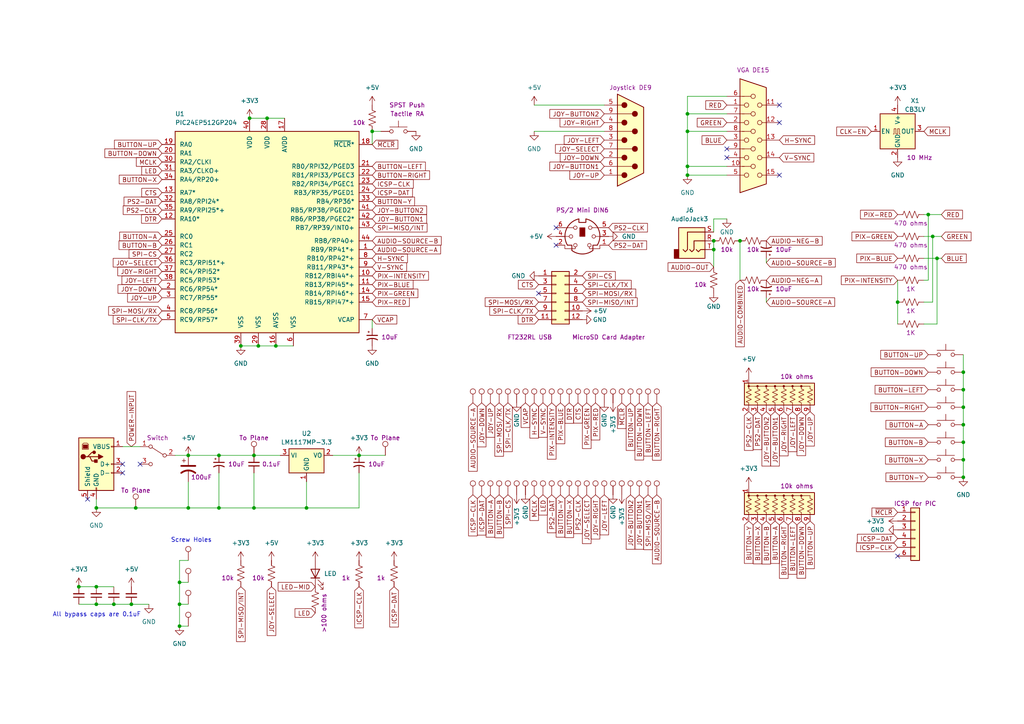
<source format=kicad_sch>
(kicad_sch (version 20230121) (generator eeschema)
  (paper "A4")
  (junction (at 38.1 175.26))
  (junction (at 271.78 74.93))
  (junction (at 77.47 34.29))
  (junction (at 52.07 175.26))
  (junction (at 279.4 113.03))
  (junction (at 80.01 100.33))
  (junction (at 279.4 123.19))
  (junction (at 279.4 107.95))
  (junction (at 69.85 100.33))
  (junction (at 214.63 69.85))
  (junction (at 72.39 34.29))
  (junction (at 279.4 133.35))
  (junction (at 27.94 170.18))
  (junction (at 279.4 138.43))
  (junction (at 27.94 147.32))
  (junction (at 279.4 118.11))
  (junction (at 73.66 132.08))
  (junction (at 54.61 132.08))
  (junction (at 107.95 38.1))
  (junction (at 73.66 147.32))
  (junction (at 63.5 132.08))
  (junction (at 54.61 147.32))
  (junction (at 199.39 33.02))
  (junction (at 63.5 147.32))
  (junction (at 269.24 62.23))
  (junction (at 104.14 132.08))
  (junction (at 33.02 175.26))
  (junction (at 22.86 170.18))
  (junction (at 199.39 38.1))
  (junction (at 270.51 68.58))
  (junction (at 279.4 128.27))
  (junction (at 39.37 147.32))
  (junction (at 27.94 175.26))
  (junction (at 260.35 87.63))
  (junction (at 74.93 100.33))
  (junction (at 88.9 147.32))
  (junction (at 199.39 50.8))
  (junction (at 207.01 72.39))
  (junction (at 199.39 48.26))
  (junction (at 52.07 181.61))
  (junction (at 52.07 168.91))
  (junction (at 207.01 69.85))
  (no_connect (at 386.08 62.23))
  (no_connect (at 447.04 62.23))
  (no_connect (at 340.36 72.39))
  (no_connect (at 447.04 72.39))
  (no_connect (at 340.36 54.61))
  (no_connect (at 358.14 46.99))
  (no_connect (at 447.04 44.45))
  (no_connect (at 342.9 57.15))
  (no_connect (at 342.9 72.39))
  (no_connect (at 419.1 59.69))
  (no_connect (at 403.86 72.39))
  (no_connect (at 327.66 74.93))
  (no_connect (at 388.62 74.93))
  (no_connect (at 419.1 74.93))
  (no_connect (at 355.6 46.99))
  (no_connect (at 447.04 67.31))
  (no_connect (at 370.84 54.61))
  (no_connect (at 370.84 46.99))
  (no_connect (at 431.8 72.39))
  (no_connect (at 419.1 54.61))
  (no_connect (at 386.08 54.61))
  (no_connect (at 431.8 74.93))
  (no_connect (at 388.62 72.39))
  (no_connect (at 370.84 49.53))
  (no_connect (at 416.56 67.31))
  (no_connect (at 403.86 57.15))
  (no_connect (at 373.38 46.99))
  (no_connect (at 340.36 57.15))
  (no_connect (at 401.32 67.31))
  (no_connect (at 342.9 67.31))
  (no_connect (at 370.84 62.23))
  (no_connect (at 431.8 62.23))
  (no_connect (at 416.56 49.53))
  (no_connect (at 386.08 64.77))
  (no_connect (at 355.6 57.15))
  (no_connect (at 403.86 54.61))
  (no_connect (at 358.14 72.39))
  (no_connect (at 355.6 67.31))
  (no_connect (at 447.04 41.91))
  (no_connect (at 342.9 46.99))
  (no_connect (at 416.56 74.93))
  (no_connect (at 416.56 69.85))
  (no_connect (at 388.62 41.91))
  (no_connect (at 340.36 67.31))
  (no_connect (at 226.06 35.56))
  (no_connect (at 419.1 69.85))
  (no_connect (at 434.34 46.99))
  (no_connect (at 416.56 52.07))
  (no_connect (at 419.1 62.23))
  (no_connect (at 416.56 46.99))
  (no_connect (at 342.9 74.93))
  (no_connect (at 327.66 44.45))
  (no_connect (at 386.08 57.15))
  (no_connect (at 401.32 62.23))
  (no_connect (at 401.32 44.45))
  (no_connect (at 403.86 52.07))
  (no_connect (at 327.66 67.31))
  (no_connect (at 388.62 46.99))
  (no_connect (at 419.1 52.07))
  (no_connect (at 370.84 74.93))
  (no_connect (at 370.84 72.39))
  (no_connect (at 401.32 52.07))
  (no_connect (at 388.62 57.15))
  (no_connect (at 401.32 49.53))
  (no_connect (at 416.56 62.23))
  (no_connect (at 431.8 69.85))
  (no_connect (at 373.38 72.39))
  (no_connect (at 447.04 69.85))
  (no_connect (at 373.38 64.77))
  (no_connect (at 447.04 57.15))
  (no_connect (at 373.38 52.07))
  (no_connect (at 370.84 52.07))
  (no_connect (at 370.84 69.85))
  (no_connect (at 355.6 44.45))
  (no_connect (at 342.9 62.23))
  (no_connect (at 355.6 69.85))
  (no_connect (at 401.32 64.77))
  (no_connect (at 419.1 44.45))
  (no_connect (at 373.38 67.31))
  (no_connect (at 355.6 49.53))
  (no_connect (at 340.36 49.53))
  (no_connect (at 434.34 69.85))
  (no_connect (at 340.36 62.23))
  (no_connect (at 403.86 59.69))
  (no_connect (at 403.86 41.91))
  (no_connect (at 370.84 57.15))
  (no_connect (at 386.08 59.69))
  (no_connect (at 370.84 44.45))
  (no_connect (at 416.56 72.39))
  (no_connect (at 386.08 44.45))
  (no_connect (at 403.86 49.53))
  (no_connect (at 431.8 41.91))
  (no_connect (at 340.36 46.99))
  (no_connect (at 388.62 67.31))
  (no_connect (at 355.6 62.23))
  (no_connect (at 434.34 72.39))
  (no_connect (at 431.8 44.45))
  (no_connect (at 403.86 69.85))
  (no_connect (at 419.1 41.91))
  (no_connect (at 434.34 64.77))
  (no_connect (at 355.6 72.39))
  (no_connect (at 327.66 64.77))
  (no_connect (at 386.08 72.39))
  (no_connect (at 388.62 49.53))
  (no_connect (at 358.14 64.77))
  (no_connect (at 447.04 64.77))
  (no_connect (at 35.56 137.16))
  (no_connect (at 342.9 41.91))
  (no_connect (at 355.6 59.69))
  (no_connect (at 342.9 54.61))
  (no_connect (at 386.08 41.91))
  (no_connect (at 416.56 54.61))
  (no_connect (at 401.32 74.93))
  (no_connect (at 447.04 74.93))
  (no_connect (at 40.64 134.62))
  (no_connect (at 434.34 74.93))
  (no_connect (at 358.14 49.53))
  (no_connect (at 327.66 49.53))
  (no_connect (at 401.32 69.85))
  (no_connect (at 373.38 57.15))
  (no_connect (at 358.14 62.23))
  (no_connect (at 434.34 41.91))
  (no_connect (at 35.56 134.62))
  (no_connect (at 386.08 49.53))
  (no_connect (at 342.9 64.77))
  (no_connect (at 340.36 69.85))
  (no_connect (at 210.82 45.72))
  (no_connect (at 403.86 46.99))
  (no_connect (at 161.29 66.04))
  (no_connect (at 419.1 46.99))
  (no_connect (at 327.66 59.69))
  (no_connect (at 355.6 54.61))
  (no_connect (at 403.86 74.93))
  (no_connect (at 403.86 67.31))
  (no_connect (at 386.08 74.93))
  (no_connect (at 416.56 59.69))
  (no_connect (at 340.36 64.77))
  (no_connect (at 370.84 67.31))
  (no_connect (at 327.66 41.91))
  (no_connect (at 401.32 72.39))
  (no_connect (at 431.8 49.53))
  (no_connect (at 358.14 67.31))
  (no_connect (at 25.4 144.78))
  (no_connect (at 386.08 69.85))
  (no_connect (at 416.56 41.91))
  (no_connect (at 370.84 59.69))
  (no_connect (at 340.36 44.45))
  (no_connect (at 416.56 64.77))
  (no_connect (at 386.08 67.31))
  (no_connect (at 340.36 74.93))
  (no_connect (at 431.8 57.15))
  (no_connect (at 401.32 59.69))
  (no_connect (at 358.14 52.07))
  (no_connect (at 327.66 46.99))
  (no_connect (at 342.9 69.85))
  (no_connect (at 327.66 62.23))
  (no_connect (at 416.56 57.15))
  (no_connect (at 434.34 67.31))
  (no_connect (at 388.62 59.69))
  (no_connect (at 373.38 74.93))
  (no_connect (at 431.8 54.61))
  (no_connect (at 340.36 52.07))
  (no_connect (at 434.34 49.53))
  (no_connect (at 388.62 69.85))
  (no_connect (at 226.06 50.8))
  (no_connect (at 373.38 41.91))
  (no_connect (at 340.36 41.91))
  (no_connect (at 327.66 54.61))
  (no_connect (at 403.86 64.77))
  (no_connect (at 434.34 62.23))
  (no_connect (at 447.04 54.61))
  (no_connect (at 434.34 52.07))
  (no_connect (at 431.8 67.31))
  (no_connect (at 210.82 43.18))
  (no_connect (at 355.6 52.07))
  (no_connect (at 401.32 54.61))
  (no_connect (at 358.14 44.45))
  (no_connect (at 226.06 30.48))
  (no_connect (at 342.9 44.45))
  (no_connect (at 373.38 54.61))
  (no_connect (at 416.56 44.45))
  (no_connect (at 419.1 49.53))
  (no_connect (at 373.38 49.53))
  (no_connect (at 386.08 46.99))
  (no_connect (at 327.66 72.39))
  (no_connect (at 355.6 41.91))
  (no_connect (at 447.04 59.69))
  (no_connect (at 419.1 57.15))
  (no_connect (at 161.29 71.12))
  (no_connect (at 370.84 41.91))
  (no_connect (at 327.66 52.07))
  (no_connect (at 373.38 44.45))
  (no_connect (at 342.9 59.69))
  (no_connect (at 431.8 52.07))
  (no_connect (at 373.38 62.23))
  (no_connect (at 447.04 49.53))
  (no_connect (at 342.9 49.53))
  (no_connect (at 401.32 57.15))
  (no_connect (at 358.14 57.15))
  (no_connect (at 431.8 64.77))
  (no_connect (at 388.62 44.45))
  (no_connect (at 373.38 69.85))
  (no_connect (at 327.66 57.15))
  (no_connect (at 340.36 59.69))
  (no_connect (at 403.86 62.23))
  (no_connect (at 401.32 46.99))
  (no_connect (at 431.8 46.99))
  (no_connect (at 386.08 52.07))
  (no_connect (at 358.14 74.93))
  (no_connect (at 434.34 57.15))
  (no_connect (at 447.04 52.07))
  (no_connect (at 434.34 44.45))
  (no_connect (at 401.32 41.91))
  (no_connect (at 358.14 69.85))
  (no_connect (at 434.34 59.69))
  (no_connect (at 431.8 59.69))
  (no_connect (at 388.62 64.77))
  (no_connect (at 388.62 52.07))
  (no_connect (at 358.14 41.91))
  (no_connect (at 156.21 85.09))
  (no_connect (at 260.35 161.29))
  (no_connect (at 388.62 54.61))
  (no_connect (at 419.1 64.77))
  (no_connect (at 447.04 46.99))
  (no_connect (at 355.6 64.77))
  (no_connect (at 403.86 44.45))
  (no_connect (at 373.38 59.69))
  (no_connect (at 388.62 62.23))
  (no_connect (at 355.6 74.93))
  (no_connect (at 342.9 52.07))
  (no_connect (at 434.34 54.61))
  (no_connect (at 370.84 64.77))
  (no_connect (at 419.1 72.39))
  (no_connect (at 419.1 67.31))
  (no_connect (at 358.14 54.61))
  (no_connect (at 358.14 59.69))
  (no_connect (at 327.66 69.85))
  (wire (pts (xy 74.93 100.33) (xy 80.01 100.33)))
  (wire (pts (xy 199.39 48.26) (xy 210.82 48.26)))
  (wire (pts (xy 50.8 132.08) (xy 54.61 132.08)))
  (wire (pts (xy 279.4 123.19) (xy 279.4 118.11)))
  (wire (pts (xy 54.61 162.56) (xy 52.07 162.56)))
  (wire (pts (xy 33.02 175.26) (xy 38.1 175.26)))
  (wire (pts (xy 52.07 175.26) (xy 52.07 181.61)))
  (wire (pts (xy 273.05 62.23) (xy 269.24 62.23)))
  (wire (pts (xy 107.95 38.1) (xy 107.95 41.91)))
  (wire (pts (xy 88.9 147.32) (xy 104.14 147.32)))
  (wire (pts (xy 110.49 38.1) (xy 107.95 38.1)))
  (wire (pts (xy 54.61 132.08) (xy 63.5 132.08)))
  (wire (pts (xy 82.55 34.29) (xy 77.47 34.29)))
  (wire (pts (xy 27.94 175.26) (xy 33.02 175.26)))
  (wire (pts (xy 22.86 170.18) (xy 27.94 170.18)))
  (wire (pts (xy 279.4 133.35) (xy 279.4 128.27)))
  (wire (pts (xy 52.07 162.56) (xy 52.07 168.91)))
  (wire (pts (xy 273.05 74.93) (xy 271.78 74.93)))
  (wire (pts (xy 27.94 147.32) (xy 27.94 144.78)))
  (wire (pts (xy 260.35 87.63) (xy 260.35 93.98)))
  (wire (pts (xy 271.78 74.93) (xy 271.78 93.98)))
  (wire (pts (xy 271.78 74.93) (xy 267.97 74.93)))
  (wire (pts (xy 270.51 68.58) (xy 267.97 68.58)))
  (wire (pts (xy 222.25 76.2) (xy 222.25 74.93)))
  (wire (pts (xy 270.51 68.58) (xy 270.51 87.63)))
  (wire (pts (xy 199.39 38.1) (xy 199.39 33.02)))
  (wire (pts (xy 27.94 147.32) (xy 39.37 147.32)))
  (wire (pts (xy 199.39 27.94) (xy 210.82 27.94)))
  (wire (pts (xy 104.14 132.08) (xy 111.76 132.08)))
  (wire (pts (xy 199.39 50.8) (xy 199.39 48.26)))
  (wire (pts (xy 73.66 137.16) (xy 73.66 147.32)))
  (wire (pts (xy 199.39 38.1) (xy 210.82 38.1)))
  (wire (pts (xy 52.07 168.91) (xy 52.07 175.26)))
  (wire (pts (xy 54.61 139.7) (xy 54.61 147.32)))
  (wire (pts (xy 22.86 175.26) (xy 27.94 175.26)))
  (wire (pts (xy 80.01 100.33) (xy 85.09 100.33)))
  (wire (pts (xy 279.4 138.43) (xy 279.4 133.35)))
  (wire (pts (xy 260.35 81.28) (xy 260.35 87.63)))
  (wire (pts (xy 52.07 181.61) (xy 54.61 181.61)))
  (wire (pts (xy 38.1 175.26) (xy 43.18 175.26)))
  (wire (pts (xy 207.01 69.85) (xy 207.01 72.39)))
  (wire (pts (xy 63.5 137.16) (xy 63.5 147.32)))
  (wire (pts (xy 73.66 147.32) (xy 88.9 147.32)))
  (wire (pts (xy 267.97 93.98) (xy 271.78 93.98)))
  (wire (pts (xy 63.5 132.08) (xy 73.66 132.08)))
  (wire (pts (xy 54.61 147.32) (xy 63.5 147.32)))
  (wire (pts (xy 154.94 38.1) (xy 175.26 38.1)))
  (wire (pts (xy 199.39 48.26) (xy 199.39 38.1)))
  (wire (pts (xy 279.4 118.11) (xy 279.4 113.03)))
  (wire (pts (xy 269.24 62.23) (xy 267.97 62.23)))
  (wire (pts (xy 273.05 68.58) (xy 270.51 68.58)))
  (wire (pts (xy 267.97 87.63) (xy 270.51 87.63)))
  (wire (pts (xy 207.01 63.5) (xy 210.82 63.5)))
  (wire (pts (xy 96.52 132.08) (xy 104.14 132.08)))
  (wire (pts (xy 154.94 30.48) (xy 175.26 30.48)))
  (wire (pts (xy 279.4 113.03) (xy 279.4 107.95)))
  (wire (pts (xy 199.39 50.8) (xy 210.82 50.8)))
  (wire (pts (xy 214.63 69.85) (xy 214.63 81.28)))
  (wire (pts (xy 52.07 175.26) (xy 54.61 175.26)))
  (wire (pts (xy 267.97 81.28) (xy 269.24 81.28)))
  (wire (pts (xy 73.66 132.08) (xy 81.28 132.08)))
  (wire (pts (xy 207.01 72.39) (xy 207.01 77.47)))
  (wire (pts (xy 39.37 147.32) (xy 54.61 147.32)))
  (wire (pts (xy 35.56 129.54) (xy 40.64 129.54)))
  (wire (pts (xy 77.47 34.29) (xy 72.39 34.29)))
  (wire (pts (xy 279.4 107.95) (xy 279.4 102.87)))
  (wire (pts (xy 222.25 87.63) (xy 222.25 86.36)))
  (wire (pts (xy 104.14 137.16) (xy 104.14 147.32)))
  (wire (pts (xy 27.94 170.18) (xy 33.02 170.18)))
  (wire (pts (xy 69.85 100.33) (xy 74.93 100.33)))
  (wire (pts (xy 199.39 33.02) (xy 199.39 27.94)))
  (wire (pts (xy 88.9 139.7) (xy 88.9 147.32)))
  (wire (pts (xy 207.01 63.5) (xy 207.01 67.31)))
  (wire (pts (xy 199.39 33.02) (xy 210.82 33.02)))
  (wire (pts (xy 107.95 95.25) (xy 107.95 92.71)))
  (wire (pts (xy 279.4 128.27) (xy 279.4 123.19)))
  (wire (pts (xy 52.07 168.91) (xy 54.61 168.91)))
  (wire (pts (xy 63.5 147.32) (xy 73.66 147.32)))
  (wire (pts (xy 269.24 62.23) (xy 269.24 81.28)))
  (text "All bypass caps are 0.1uF" (at 15.24 179.07 0) (effects (font (size 1.27 1.27)) (justify left bottom)))
  (text "Screw Holes" (at 49.53 157.48 0) (effects (font (size 1.27 1.27)) (justify left bottom)))
  (global_label "JOY-SELECT" (shape input) (at 170.18 143.51 270) (property "Intersheetrefs" "${INTERSHEET_REFS}" (effects hide)))
  (global_label "JOY-DOWN" (shape input) (at 175.26 45.72 180) (property "Intersheetrefs" "${INTERSHEET_REFS}" (effects hide)))
  (global_label "LED" (shape input) (at 46.99 49.53 180) (property "Intersheetrefs" "${INTERSHEET_REFS}" (effects hide)))
  (global_label "PIX-INTENSITY" (shape input) (at 260.35 81.28 180) (property "Intersheetrefs" "${INTERSHEET_REFS}" (effects hide)))
  (global_label "DTR" (shape input) (at 156.21 92.71 180) (property "Intersheetrefs" "${INTERSHEET_REFS}" (effects hide)))
  (global_label "LED" (shape input) (at 157.48 143.51 270) (property "Intersheetrefs" "${INTERSHEET_REFS}" (effects hide)))
  (global_label "SPI-CLK{slash}TX" (shape input) (at 156.21 90.17 180) (property "Intersheetrefs" "${INTERSHEET_REFS}" (effects hide)))
  (global_label "DTR" (shape input) (at 46.99 63.5 180) (property "Intersheetrefs" "${INTERSHEET_REFS}" (effects hide)))
  (global_label "BUTTON-Y" (shape input) (at 217.17 151.13 270) (property "Intersheetrefs" "${INTERSHEET_REFS}" (effects hide)))
  (global_label "GREEN" (shape input) (at 210.82 35.56 180) (property "Intersheetrefs" "${INTERSHEET_REFS}" (effects hide)))
  (global_label "PIX-BLUE" (shape input) (at 260.35 74.93 180) (property "Intersheetrefs" "${INTERSHEET_REFS}" (effects hide)))
  (global_label "SPI-CLK{slash}TX" (shape input) (at 147.32 116.84 270) (property "Intersheetrefs" "${INTERSHEET_REFS}" (effects hide)))
  (global_label "JOY-SELECT" (shape input) (at 78.74 170.18 270) (property "Intersheetrefs" "${INTERSHEET_REFS}" (effects hide)))
  (global_label "CTS" (shape input) (at 46.99 55.88 180) (property "Intersheetrefs" "${INTERSHEET_REFS}" (effects hide)))
  (global_label "CTS" (shape input) (at 167.64 116.84 270) (property "Intersheetrefs" "${INTERSHEET_REFS}" (effects hide)))
  (global_label "~{MCLR}" (shape input) (at 260.35 148.59 180) (property "Intersheetrefs" "${INTERSHEET_REFS}" (effects hide)))
  (global_label "PS2-CLK" (shape input) (at 167.64 143.51 270) (property "Intersheetrefs" "${INTERSHEET_REFS}" (effects hide)))
  (global_label "BUTTON-A" (shape input) (at 269.24 123.19 180) (property "Intersheetrefs" "${INTERSHEET_REFS}" (effects hide)))
  (global_label "SPI-CS" (shape input) (at 46.99 73.66 180) (property "Intersheetrefs" "${INTERSHEET_REFS}" (effects hide)))
  (global_label "BLUE" (shape input) (at 210.82 40.64 180) (property "Intersheetrefs" "${INTERSHEET_REFS}" (effects hide)))
  (global_label "MCLK" (shape input) (at 154.94 143.51 270) (property "Intersheetrefs" "${INTERSHEET_REFS}" (effects hide)))
  (global_label "BUTTON-RIGHT" (shape input) (at 190.5 116.84 270) (property "Intersheetrefs" "${INTERSHEET_REFS}" (effects hide)))
  (global_label "BUTTON-LEFT" (shape input) (at 187.96 116.84 270) (property "Intersheetrefs" "${INTERSHEET_REFS}" (effects hide)))
  (global_label "JOY-BUTTON2" (shape input) (at 182.88 143.51 270) (property "Intersheetrefs" "${INTERSHEET_REFS}" (effects hide)))
  (global_label "JOY-UP" (shape input) (at 175.26 50.8 180) (property "Intersheetrefs" "${INTERSHEET_REFS}" (effects hide)))
  (global_label "PIX-BLUE" (shape input) (at 162.56 116.84 270) (property "Intersheetrefs" "${INTERSHEET_REFS}" (effects hide)))
  (global_label "BUTTON-UP" (shape input) (at 182.88 116.84 270) (property "Intersheetrefs" "${INTERSHEET_REFS}" (effects hide)))
  (global_label "SPI-CLK{slash}TX" (shape input) (at 168.91 82.55 0) (property "Intersheetrefs" "${INTERSHEET_REFS}" (effects hide)))
  (global_label "H-SYNC" (shape input) (at 154.94 116.84 270) (property "Intersheetrefs" "${INTERSHEET_REFS}" (effects hide)))
  (global_label "ICSP-DAT" (shape input) (at 114.3 170.18 270) (property "Intersheetrefs" "${INTERSHEET_REFS}" (effects hide)))
  (global_label "VCAP" (shape input) (at 152.4 116.84 270) (property "Intersheetrefs" "${INTERSHEET_REFS}" (effects hide)))
  (global_label "SPI-MOSI{slash}RX" (shape input) (at 46.99 90.17 180) (property "Intersheetrefs" "${INTERSHEET_REFS}" (effects hide)))
  (global_label "BUTTON-DOWN" (shape input) (at 46.99 44.45 180) (property "Intersheetrefs" "${INTERSHEET_REFS}" (effects hide)))
  (global_label "PIX-GREEN" (shape input) (at 107.95 85.09 0) (property "Intersheetrefs" "${INTERSHEET_REFS}" (effects hide)))
  (global_label "H-SYNC" (shape input) (at 226.06 40.64 0) (property "Intersheetrefs" "${INTERSHEET_REFS}" (effects hide)))
  (global_label "POWER-INPUT" (shape input) (at 38.1 129.54 90) (property "Intersheetrefs" "${INTERSHEET_REFS}" (effects hide)))
  (global_label "BUTTON-X" (shape input) (at 219.71 151.13 270) (property "Intersheetrefs" "${INTERSHEET_REFS}" (effects hide)))
  (global_label "BUTTON-X" (shape input) (at 46.99 52.07 180) (property "Intersheetrefs" "${INTERSHEET_REFS}" (effects hide)))
  (global_label "JOY-DOWN" (shape input) (at 46.99 83.82 180) (property "Intersheetrefs" "${INTERSHEET_REFS}" (effects hide)))
  (global_label "V-SYNC" (shape input) (at 107.95 77.47 0) (property "Intersheetrefs" "${INTERSHEET_REFS}" (effects hide)))
  (global_label "SPI-MISO{slash}INT" (shape input) (at 187.96 143.51 270) (property "Intersheetrefs" "${INTERSHEET_REFS}" (effects hide)))
  (global_label "CLK-EN" (shape input) (at 252.73 38.1 180) (property "Intersheetrefs" "${INTERSHEET_REFS}" (effects hide)))
  (global_label "AUDIO-SOURCE-B" (shape input) (at 190.5 143.51 270) (property "Intersheetrefs" "${INTERSHEET_REFS}" (effects hide)))
  (global_label "JOY-BUTTON1" (shape input) (at 224.79 119.38 270) (property "Intersheetrefs" "${INTERSHEET_REFS}" (effects hide)))
  (global_label "JOY-DOWN" (shape input) (at 139.7 116.84 270) (property "Intersheetrefs" "${INTERSHEET_REFS}" (effects hide)))
  (global_label "JOY-RIGHT" (shape input) (at 227.33 119.38 270) (property "Intersheetrefs" "${INTERSHEET_REFS}" (effects hide)))
  (global_label "RED" (shape input) (at 273.05 62.23 0) (property "Intersheetrefs" "${INTERSHEET_REFS}" (effects hide)))
  (global_label "ICSP-DAT" (shape input) (at 260.35 156.21 180) (property "Intersheetrefs" "${INTERSHEET_REFS}" (effects hide)))
  (global_label "PIX-GREEN" (shape input) (at 170.18 116.84 270) (property "Intersheetrefs" "${INTERSHEET_REFS}" (effects hide)))
  (global_label "JOY-RIGHT" (shape input) (at 175.26 35.56 180) (property "Intersheetrefs" "${INTERSHEET_REFS}" (effects hide)))
  (global_label "PS2-CLK" (shape input) (at 46.99 60.96 180) (property "Intersheetrefs" "${INTERSHEET_REFS}" (effects hide)))
  (global_label "BUTTON-RIGHT" (shape input) (at 107.95 50.8 0) (property "Intersheetrefs" "${INTERSHEET_REFS}" (effects hide)))
  (global_label "LED" (shape input) (at 91.44 177.8 180) (property "Intersheetrefs" "${INTERSHEET_REFS}" (effects hide)))
  (global_label "BUTTON-A" (shape input) (at 142.24 143.51 270) (property "Intersheetrefs" "${INTERSHEET_REFS}" (effects hide)))
  (global_label "AUDIO-OUT" (shape input) (at 207.01 77.47 180) (property "Intersheetrefs" "${INTERSHEET_REFS}" (effects hide)))
  (global_label "PIX-BLUE" (shape input) (at 107.95 82.55 0) (property "Intersheetrefs" "${INTERSHEET_REFS}" (effects hide)))
  (global_label "~{MCLR}" (shape input) (at 180.34 116.84 270) (property "Intersheetrefs" "${INTERSHEET_REFS}" (effects hide)))
  (global_label "JOY-UP" (shape input) (at 46.99 86.36 180) (property "Intersheetrefs" "${INTERSHEET_REFS}" (effects hide)))
  (global_label "LED-MID" (shape input) (at 91.44 170.18 180) (property "Intersheetrefs" "${INTERSHEET_REFS}" (effects hide)))
  (global_label "JOY-RIGHT" (shape input) (at 46.99 78.74 180) (property "Intersheetrefs" "${INTERSHEET_REFS}" (effects hide)))
  (global_label "BUTTON-DOWN" (shape input) (at 232.41 151.13 270) (property "Intersheetrefs" "${INTERSHEET_REFS}" (effects hide)))
  (global_label "PS2-DAT" (shape input) (at 160.02 143.51 270) (property "Intersheetrefs" "${INTERSHEET_REFS}" (effects hide)))
  (global_label "JOY-SELECT" (shape input) (at 175.26 43.18 180) (property "Intersheetrefs" "${INTERSHEET_REFS}" (effects hide)))
  (global_label "PIX-INTENSITY" (shape input) (at 107.95 80.01 0) (property "Intersheetrefs" "${INTERSHEET_REFS}" (effects hide)))
  (global_label "BUTTON-RIGHT" (shape input) (at 269.24 118.11 180) (property "Intersheetrefs" "${INTERSHEET_REFS}" (effects hide)))
  (global_label "JOY-UP" (shape input) (at 142.24 116.84 270) (property "Intersheetrefs" "${INTERSHEET_REFS}" (effects hide)))
  (global_label "BUTTON-X" (shape input) (at 269.24 133.35 180) (property "Intersheetrefs" "${INTERSHEET_REFS}" (effects hide)))
  (global_label "RED" (shape input) (at 210.82 30.48 180) (property "Intersheetrefs" "${INTERSHEET_REFS}" (effects hide)))
  (global_label "SPI-MISO{slash}INT" (shape input) (at 107.95 66.04 0) (property "Intersheetrefs" "${INTERSHEET_REFS}" (effects hide)))
  (global_label "JOY-BUTTON1" (shape input) (at 107.95 63.5 0) (property "Intersheetrefs" "${INTERSHEET_REFS}" (effects hide)))
  (global_label "JOY-BUTTON2" (shape input) (at 175.26 33.02 180) (property "Intersheetrefs" "${INTERSHEET_REFS}" (effects hide)))
  (global_label "AUDIO-COMBINED" (shape input) (at 214.63 81.28 270) (property "Intersheetrefs" "${INTERSHEET_REFS}" (effects hide)))
  (global_label "PS2-DAT" (shape input) (at 46.99 58.42 180) (property "Intersheetrefs" "${INTERSHEET_REFS}" (effects hide)))
  (global_label "DTR" (shape input) (at 165.1 116.84 270) (property "Intersheetrefs" "${INTERSHEET_REFS}" (effects hide)))
  (global_label "SPI-MOSI{slash}RX" (shape input) (at 156.21 87.63 180) (property "Intersheetrefs" "${INTERSHEET_REFS}" (effects hide)))
  (global_label "AUDIO-NEG-B" (shape input) (at 222.25 69.85 0) (property "Intersheetrefs" "${INTERSHEET_REFS}" (effects hide)))
  (global_label "BUTTON-A" (shape input) (at 46.99 68.58 180) (property "Intersheetrefs" "${INTERSHEET_REFS}" (effects hide)))
  (global_label "SPI-MOSI{slash}RX" (shape input) (at 168.91 85.09 0) (property "Intersheetrefs" "${INTERSHEET_REFS}" (effects hide)))
  (global_label "BUTTON-DOWN" (shape input) (at 269.24 107.95 180) (property "Intersheetrefs" "${INTERSHEET_REFS}" (effects hide)))
  (global_label "BUTTON-DOWN" (shape input) (at 185.42 116.84 270) (property "Intersheetrefs" "${INTERSHEET_REFS}" (effects hide)))
  (global_label "JOY-UP" (shape input) (at 234.95 119.38 270) (property "Intersheetrefs" "${INTERSHEET_REFS}" (effects hide)))
  (global_label "~{MCLR}" (shape input) (at 107.95 41.91 0) (property "Intersheetrefs" "${INTERSHEET_REFS}" (effects hide)))
  (global_label "BUTTON-LEFT" (shape input) (at 229.87 151.13 270) (property "Intersheetrefs" "${INTERSHEET_REFS}" (effects hide)))
  (global_label "JOY-BUTTON2" (shape input) (at 222.25 119.38 270) (property "Intersheetrefs" "${INTERSHEET_REFS}" (effects hide)))
  (global_label "SPI-CS" (shape input) (at 147.32 143.51 270) (property "Intersheetrefs" "${INTERSHEET_REFS}" (effects hide)))
  (global_label "PIX-INTENSITY" (shape input) (at 160.02 116.84 270) (property "Intersheetrefs" "${INTERSHEET_REFS}" (effects hide)))
  (global_label "PIX-RED" (shape input) (at 260.35 62.23 180) (property "Intersheetrefs" "${INTERSHEET_REFS}" (effects hide)))
  (global_label "PS2-CLK" (shape input) (at 217.17 119.38 270) (property "Intersheetrefs" "${INTERSHEET_REFS}" (effects hide)))
  (global_label "ICSP-CLK" (shape input) (at 107.95 53.34 0) (property "Intersheetrefs" "${INTERSHEET_REFS}" (effects hide)))
  (global_label "AUDIO-SOURCE-A" (shape input) (at 107.95 72.39 0) (property "Intersheetrefs" "${INTERSHEET_REFS}" (effects hide)))
  (global_label "PIX-RED" (shape input) (at 107.95 87.63 0) (property "Intersheetrefs" "${INTERSHEET_REFS}" (effects hide)))
  (global_label "BUTTON-B" (shape input) (at 144.78 143.51 270) (property "Intersheetrefs" "${INTERSHEET_REFS}" (effects hide)))
  (global_label "BUTTON-Y" (shape input) (at 107.95 58.42 0) (property "Intersheetrefs" "${INTERSHEET_REFS}" (effects hide)))
  (global_label "PS2-CLK" (shape input) (at 176.53 66.04 0) (property "Intersheetrefs" "${INTERSHEET_REFS}" (effects hide)))
  (global_label "ICSP-DAT" (shape input) (at 139.7 143.51 270) (property "Intersheetrefs" "${INTERSHEET_REFS}" (effects hide)))
  (global_label "SPI-MISO{slash}INT" (shape input) (at 168.91 87.63 0) (property "Intersheetrefs" "${INTERSHEET_REFS}" (effects hide)))
  (global_label "H-SYNC" (shape input) (at 107.95 74.93 0) (property "Intersheetrefs" "${INTERSHEET_REFS}" (effects hide)))
  (global_label "JOY-BUTTON2" (shape input) (at 107.95 60.96 0) (property "Intersheetrefs" "${INTERSHEET_REFS}" (effects hide)))
  (global_label "JOY-LEFT" (shape input) (at 175.26 40.64 180) (property "Intersheetrefs" "${INTERSHEET_REFS}" (effects hide)))
  (global_label "AUDIO-SOURCE-A" (shape input) (at 222.25 87.63 0) (property "Intersheetrefs" "${INTERSHEET_REFS}" (effects hide)))
  (global_label "JOY-RIGHT" (shape input) (at 172.72 143.51 270) (property "Intersheetrefs" "${INTERSHEET_REFS}" (effects hide)))
  (global_label "JOY-LEFT" (shape input) (at 175.26 143.51 270) (property "Intersheetrefs" "${INTERSHEET_REFS}" (effects hide)))
  (global_label "JOY-DOWN" (shape input) (at 232.41 119.38 270) (property "Intersheetrefs" "${INTERSHEET_REFS}" (effects hide)))
  (global_label "AUDIO-NEG-A" (shape input) (at 222.25 81.28 0) (property "Intersheetrefs" "${INTERSHEET_REFS}" (effects hide)))
  (global_label "SPI-CS" (shape input) (at 168.91 80.01 0) (property "Intersheetrefs" "${INTERSHEET_REFS}" (effects hide)))
  (global_label "BLUE" (shape input) (at 273.05 74.93 0) (property "Intersheetrefs" "${INTERSHEET_REFS}" (effects hide)))
  (global_label "ICSP-CLK" (shape input) (at 137.16 143.51 270) (property "Intersheetrefs" "${INTERSHEET_REFS}" (effects hide)))
  (global_label "CTS" (shape input) (at 156.21 82.55 180) (property "Intersheetrefs" "${INTERSHEET_REFS}" (effects hide)))
  (global_label "SPI-CLK{slash}TX" (shape input) (at 46.99 92.71 180) (property "Intersheetrefs" "${INTERSHEET_REFS}" (effects hide)))
  (global_label "BUTTON-UP" (shape input) (at 234.95 151.13 270) (property "Intersheetrefs" "${INTERSHEET_REFS}" (effects hide)))
  (global_label "AUDIO-SOURCE-A" (shape input) (at 137.16 116.84 270) (property "Intersheetrefs" "${INTERSHEET_REFS}" (effects hide)))
  (global_label "BUTTON-B" (shape input) (at 46.99 71.12 180) (property "Intersheetrefs" "${INTERSHEET_REFS}" (effects hide)))
  (global_label "BUTTON-A" (shape input) (at 224.79 151.13 270) (property "Intersheetrefs" "${INTERSHEET_REFS}" (effects hide)))
  (global_label "BUTTON-UP" (shape input) (at 269.24 102.87 180) (property "Intersheetrefs" "${INTERSHEET_REFS}" (effects hide)))
  (global_label "V-SYNC" (shape input) (at 226.06 45.72 0) (property "Intersheetrefs" "${INTERSHEET_REFS}" (effects hide)))
  (global_label "VCAP" (shape input) (at 107.95 92.71 0) (property "Intersheetrefs" "${INTERSHEET_REFS}" (effects hide)))
  (global_label "BUTTON-B" (shape input) (at 222.25 151.13 270) (property "Intersheetrefs" "${INTERSHEET_REFS}" (effects hide)))
  (global_label "BUTTON-LEFT" (shape input) (at 107.95 48.26 0) (property "Intersheetrefs" "${INTERSHEET_REFS}" (effects hide)))
  (global_label "JOY-BUTTON1" (shape input) (at 185.42 143.51 270) (property "Intersheetrefs" "${INTERSHEET_REFS}" (effects hide)))
  (global_label "PS2-DAT" (shape input) (at 176.53 71.12 0) (property "Intersheetrefs" "${INTERSHEET_REFS}" (effects hide)))
  (global_label "AUDIO-SOURCE-B" (shape input) (at 107.95 69.85 0) (property "Intersheetrefs" "${INTERSHEET_REFS}" (effects hide)))
  (global_label "BUTTON-Y" (shape input) (at 162.56 143.51 270) (property "Intersheetrefs" "${INTERSHEET_REFS}" (effects hide)))
  (global_label "BUTTON-RIGHT" (shape input) (at 227.33 151.13 270) (property "Intersheetrefs" "${INTERSHEET_REFS}" (effects hide)))
  (global_label "AUDIO-SOURCE-B" (shape input) (at 222.25 76.2 0) (property "Intersheetrefs" "${INTERSHEET_REFS}" (effects hide)))
  (global_label "JOY-LEFT" (shape input) (at 46.99 81.28 180) (property "Intersheetrefs" "${INTERSHEET_REFS}" (effects hide)))
  (global_label "BUTTON-B" (shape input) (at 269.24 128.27 180) (property "Intersheetrefs" "${INTERSHEET_REFS}" (effects hide)))
  (global_label "MCLK" (shape input) (at 267.97 38.1 0) (property "Intersheetrefs" "${INTERSHEET_REFS}" (effects hide)))
  (global_label "JOY-LEFT" (shape input) (at 229.87 119.38 270) (property "Intersheetrefs" "${INTERSHEET_REFS}" (effects hide)))
  (global_label "JOY-BUTTON1" (shape input) (at 175.26 48.26 180) (property "Intersheetrefs" "${INTERSHEET_REFS}" (effects hide)))
  (global_label "MCLK" (shape input) (at 46.99 46.99 180) (property "Intersheetrefs" "${INTERSHEET_REFS}" (effects hide)))
  (global_label "BUTTON-UP" (shape input) (at 46.99 41.91 180) (property "Intersheetrefs" "${INTERSHEET_REFS}" (effects hide)))
  (global_label "PIX-GREEN" (shape input) (at 260.35 68.58 180) (property "Intersheetrefs" "${INTERSHEET_REFS}" (effects hide)))
  (global_label "SPI-MISO{slash}INT" (shape input) (at 69.85 170.18 270) (property "Intersheetrefs" "${INTERSHEET_REFS}" (effects hide)))
  (global_label "PIX-RED" (shape input) (at 172.72 116.84 270) (property "Intersheetrefs" "${INTERSHEET_REFS}" (effects hide)))
  (global_label "GREEN" (shape input) (at 273.05 68.58 0) (property "Intersheetrefs" "${INTERSHEET_REFS}" (effects hide)))
  (global_label "ICSP-DAT" (shape input) (at 107.95 55.88 0) (property "Intersheetrefs" "${INTERSHEET_REFS}" (effects hide)))
  (global_label "BUTTON-X" (shape input) (at 165.1 143.51 270) (property "Intersheetrefs" "${INTERSHEET_REFS}" (effects hide)))
  (global_label "ICSP-CLK" (shape input) (at 260.35 158.75 180) (property "Intersheetrefs" "${INTERSHEET_REFS}" (effects hide)))
  (global_label "BUTTON-LEFT" (shape input) (at 269.24 113.03 180) (property "Intersheetrefs" "${INTERSHEET_REFS}" (effects hide)))
  (global_label "ICSP-CLK" (shape input) (at 104.14 170.18 270) (property "Intersheetrefs" "${INTERSHEET_REFS}" (effects hide)))
  (global_label "PS2-DAT" (shape input) (at 219.71 119.38 270) (property "Intersheetrefs" "${INTERSHEET_REFS}" (effects hide)))
  (global_label "SPI-MOSI{slash}RX" (shape input) (at 144.78 116.84 270) (property "Intersheetrefs" "${INTERSHEET_REFS}" (effects hide)))
  (global_label "JOY-SELECT" (shape input) (at 46.99 76.2 180) (property "Intersheetrefs" "${INTERSHEET_REFS}" (effects hide)))
  (global_label "V-SYNC" (shape input) (at 157.48 116.84 270) (property "Intersheetrefs" "${INTERSHEET_REFS}" (effects hide)))
  (global_label "BUTTON-Y" (shape input) (at 269.24 138.43 180) (property "Intersheetrefs" "${INTERSHEET_REFS}" (effects hide)))
  (symbol (lib_id "Device:R_US") (at 207.01 81.28 180) (unit 1)
    (property "Reference" "R2" (effects hide))
    (property "Value" "R_US" (effects hide))
    (property "Footprint" "Resistor_THT:R_Axial_DIN0207_L6.3mm_D2.5mm_P10.16mm_Horizontal" (effects hide))
    (property "Field4" "10k" (at 203.2 82.55 0))
  )
  (symbol (lib_id "Connector_Generic:Conn_02x14_Odd_Even") (at 378.46 57.15 0) (unit 1)
    (property "Reference" "J12" (effects hide))
    (property "Value" "Conn_02x14_Odd_Even" (effects hide))
    (property "Footprint" "HandPICd2:BLANK-PinHeader_2x14_P2.54mm_Vertical" (effects hide))
  )
  (symbol (lib_id "power:+3V3") (at 22.86 170.18 0) (unit 1)
    (property "Reference" "#PWR025" (effects hide))
    (property "Value" "+3V3" (at 22.86 165.1 0))
  )
  (symbol (lib_id "Connector_Generic:Conn_02x14_Odd_Even") (at 439.42 57.15 0) (unit 1)
    (property "Reference" "J16" (effects hide))
    (property "Value" "Conn_02x14_Odd_Even" (effects hide))
    (property "Footprint" "HandPICd2:BLANK-PinHeader_2x14_P2.54mm_Vertical" (effects hide))
  )
  (symbol (lib_id "power:+3V3") (at 180.34 143.51 180) (unit 1)
    (property "Reference" "#PWR048" (effects hide))
    (property "Value" "+3V3" (at 180.34 149.86 90))
  )
  (symbol (lib_id "Connector:TestPoint") (at 157.48 116.84 0) (unit 1)
    (property "Reference" "TP13" (effects hide))
    (property "Value" "TestPoint" (effects hide))
    (property "Footprint" "JustPIC:TestPointStdTHT" (effects hide))
  )
  (symbol (lib_id "power:+3V3") (at 260.35 151.13 90) (unit 1)
    (property "Reference" "#PWR08" (effects hide))
    (property "Value" "+3V3" (at 256.54 151.13 90) (effects (justify left)))
  )
  (symbol (lib_id "power:GND") (at 154.94 38.1 0) (unit 1)
    (property "Reference" "#PWR013" (effects hide))
    (property "Value" "GND" (at 154.94 43.18 0))
  )
  (symbol (lib_id "Switch:SW_Push") (at 274.32 123.19 0) (unit 1)
    (property "Reference" "SW7" (effects hide))
    (property "Value" "SW_Push" (effects hide))
    (property "Footprint" "Button_Switch_THT:SW_PUSH_6mm_H5mm" (effects hide))
    (property "Field4" "Tactile RA" (effects hide))
    (property "Field5" "SPST Push" (effects hide))
  )
  (symbol (lib_id "Device:R_Network08_US") (at 227.33 114.3 0) (unit 1)
    (property "Reference" "RN1" (effects hide))
    (property "Value" "R_Network08_US" (effects hide))
    (property "Footprint" "Resistor_THT:R_Array_SIP9" (effects hide))
    (property "Datasheet" "http://www.vishay.com/docs/31509/csc.pdf" (effects hide))
    (property "Field4" "10k ohms" (at 231.14 109.22 0))
  )
  (symbol (lib_id "Connector:DE15_Receptacle_HighDensity") (at 218.44 40.64 0) (unit 1)
    (property "Reference" "J5" (effects hide))
    (property "Value" "DE15_Receptacle_HighDensity" (effects hide))
    (property "Footprint" "JustPIC:DSUB-15-HD_Female_Horizontal_P2.29x2.54mm_VGA" (effects hide))
    (property "Datasheet" " ~" (effects hide))
    (property "Field4" "VGA DE15" (at 218.44 20.32 0))
  )
  (symbol (lib_id "Connector:TestPoint") (at 190.5 143.51 0) (unit 1)
    (property "Reference" "TP48" (effects hide))
    (property "Value" "TestPoint" (effects hide))
    (property "Footprint" "JustPIC:TestPointStdTHT" (effects hide))
  )
  (symbol (lib_id "CustomLibrary:PIC24EP512GP204") (at 77.47 67.31 0) (unit 1)
    (property "Reference" "U1" (at 50.8 33.02 0) (effects (justify left)))
    (property "Value" "PIC24EP512GP204" (at 50.8 35.56 0) (effects (justify left)))
    (property "Footprint" "Package_QFP:TQFP-44_10x10mm_P0.8mm" (effects hide))
    (property "Datasheet" "http://ww1.microchip.com/downloads/en/DeviceDoc/39616d.pdf" (effects hide))
  )
  (symbol (lib_id "Connector_Generic:Conn_02x14_Odd_Even") (at 332.74 57.15 0) (unit 1)
    (property "Reference" "J17" (effects hide))
    (property "Value" "Conn_02x14_Odd_Even" (effects hide))
    (property "Footprint" "HandPICd2:BLANK-PinHeader_2x14_P2.54mm_Vertical" (effects hide))
  )
  (symbol (lib_id "power:GND") (at 199.39 50.8 0) (unit 1)
    (property "Reference" "#PWR018" (effects hide))
    (property "Value" "GND" (at 199.39 55.88 0))
  )
  (symbol (lib_id "Connector:TestPoint") (at 111.76 132.08 0) (unit 1)
    (property "Reference" "TP53" (effects hide))
    (property "Value" "TestPoint" (effects hide))
    (property "Footprint" "JustPIC:TestPointStdTHT" (effects hide))
    (property "Field4" "To Plane" (at 111.76 127 0))
  )
  (symbol (lib_id "Connector_Generic:Conn_02x14_Odd_Even") (at 363.22 57.15 0) (unit 1)
    (property "Reference" "J11" (effects hide))
    (property "Value" "Conn_02x14_Odd_Even" (effects hide))
    (property "Footprint" "HandPICd2:BLANK-PinHeader_2x14_P2.54mm_Vertical" (effects hide))
  )
  (symbol (lib_id "Connector_Generic:Conn_02x14_Odd_Even") (at 408.94 57.15 0) (unit 1)
    (property "Reference" "J14" (effects hide))
    (property "Value" "Conn_02x14_Odd_Even" (effects hide))
    (property "Footprint" "HandPICd2:BLANK-PinHeader_2x14_P2.54mm_Vertical" (effects hide))
  )
  (symbol (lib_id "Switch:SW_Push") (at 274.32 128.27 0) (unit 1)
    (property "Reference" "SW8" (effects hide))
    (property "Value" "SW_Push" (effects hide))
    (property "Footprint" "Button_Switch_THT:SW_PUSH_6mm_H5mm" (effects hide))
    (property "Field4" "Tactile RA" (effects hide))
    (property "Field5" "SPST Push" (effects hide))
  )
  (symbol (lib_id "Connector:TestPoint") (at 147.32 143.51 0) (unit 1)
    (property "Reference" "TP31" (effects hide))
    (property "Value" "TestPoint" (effects hide))
    (property "Footprint" "JustPIC:TestPointStdTHT" (effects hide))
  )
  (symbol (lib_id "power:+5V") (at 54.61 132.08 0) (unit 1)
    (property "Reference" "#PWR021" (effects hide))
    (property "Value" "+5V" (at 54.61 127 0))
  )
  (symbol (lib_id "Connector:TestPoint") (at 187.96 143.51 0) (unit 1)
    (property "Reference" "TP47" (effects hide))
    (property "Value" "TestPoint" (effects hide))
    (property "Footprint" "JustPIC:TestPointStdTHT" (effects hide))
  )
  (symbol (lib_id "Device:C_Small") (at 22.86 172.72 180) (unit 1)
    (property "Reference" "C19" (effects hide))
    (property "Value" "C_Small" (effects hide))
    (property "Footprint" "Capacitor_THT:C_Disc_D3.0mm_W2.0mm_P2.50mm" (effects hide))
  )
  (symbol (lib_id "Connector:TestPoint") (at 180.34 143.51 0) (unit 1)
    (property "Reference" "TP44" (effects hide))
    (property "Value" "TestPoint" (effects hide))
    (property "Footprint" "JustPIC:TestPointStdTHT" (effects hide))
  )
  (symbol (lib_id "Connector:TestPoint") (at 182.88 143.51 0) (unit 1)
    (property "Reference" "TP45" (effects hide))
    (property "Value" "TestPoint" (effects hide))
    (property "Footprint" "JustPIC:TestPointStdTHT" (effects hide))
  )
  (symbol (lib_id "Connector:TestPoint") (at 73.66 132.08 0) (unit 1)
    (property "Reference" "TP50" (effects hide))
    (property "Value" "TestPoint" (effects hide))
    (property "Footprint" "JustPIC:TestPointStdTHT" (effects hide))
    (property "Field4" "To Plane" (at 73.66 127 0))
  )
  (symbol (lib_id "power:GND") (at 168.91 92.71 90) (unit 1)
    (property "Reference" "#PWR032" (effects hide))
    (property "Value" "GND" (at 173.99 92.71 90))
  )
  (symbol (lib_id "power:GND") (at 52.07 181.61 0) (unit 1)
    (property "Reference" "#PWR027" (effects hide))
    (property "Value" "GND" (at 52.07 186.69 0))
  )
  (symbol (lib_id "Connector:TestPoint") (at 139.7 143.51 0) (unit 1)
    (property "Reference" "TP28" (effects hide))
    (property "Value" "TestPoint" (effects hide))
    (property "Footprint" "JustPIC:TestPointStdTHT" (effects hide))
  )
  (symbol (lib_id "Connector:TestPoint") (at 175.26 143.51 0) (unit 1)
    (property "Reference" "TP42" (effects hide))
    (property "Value" "TestPoint" (effects hide))
    (property "Footprint" "JustPIC:TestPointStdTHT" (effects hide))
  )
  (symbol (lib_id "Device:C_Polarized_Small_US") (at 222.25 72.39 180) (unit 1)
    (property "Reference" "C3" (effects hide))
    (property "Value" "C_Polarized_Small_US" (effects hide))
    (property "Footprint" "Capacitor_THT:CP_Radial_D6.3mm_P2.50mm" (effects hide))
    (property "Field4" "10uF" (at 227.33 72.39 0))
    (property "Field5" "A" (effects hide))
  )
  (symbol (lib_id "Connector:TestPoint") (at 154.94 116.84 0) (unit 1)
    (property "Reference" "TP12" (effects hide))
    (property "Value" "TestPoint" (effects hide))
    (property "Footprint" "JustPIC:TestPointStdTHT" (effects hide))
  )
  (symbol (lib_id "Device:C_Small") (at 73.66 134.62 180) (unit 1)
    (property "Reference" "C5" (effects hide))
    (property "Value" "C_Small" (effects hide))
    (property "Footprint" "Capacitor_THT:C_Disc_D3.0mm_W2.0mm_P2.50mm" (effects hide))
    (property "Field4" "0.1uF" (at 78.74 134.62 0))
  )
  (symbol (lib_id "power:+3V3") (at 149.86 143.51 180) (unit 1)
    (property "Reference" "#PWR045" (effects hide))
    (property "Value" "+3V3" (at 149.86 149.86 90))
  )
  (symbol (lib_id "power:+5V") (at 217.17 109.22 0) (unit 1)
    (property "Reference" "#PWR016" (effects hide))
    (property "Value" "+5V" (at 217.17 104.14 0))
  )
  (symbol (lib_id "Connector:TestPoint") (at 165.1 116.84 0) (unit 1)
    (property "Reference" "TP16" (effects hide))
    (property "Value" "TestPoint" (effects hide))
    (property "Footprint" "JustPIC:TestPointStdTHT" (effects hide))
  )
  (symbol (lib_id "Switch:SW_Push") (at 274.32 138.43 0) (unit 1)
    (property "Reference" "SW10" (effects hide))
    (property "Value" "SW_Push" (effects hide))
    (property "Footprint" "Button_Switch_THT:SW_PUSH_6mm_H5mm" (effects hide))
    (property "Field4" "Tactile RA" (effects hide))
    (property "Field5" "SPST Push" (effects hide))
  )
  (symbol (lib_id "Connector:TestPoint") (at 152.4 143.51 0) (unit 1)
    (property "Reference" "TP33" (effects hide))
    (property "Value" "TestPoint" (effects hide))
    (property "Footprint" "JustPIC:TestPointStdTHT" (effects hide))
  )
  (symbol (lib_id "power:GND") (at 120.65 38.1 0) (unit 1)
    (property "Reference" "#PWR05" (effects hide))
    (property "Value" "GND" (at 120.65 43.18 0))
  )
  (symbol (lib_id "Device:R_US") (at 264.16 93.98 90) (unit 1)
    (property "Reference" "R13" (effects hide))
    (property "Value" "R_US" (effects hide))
    (property "Footprint" "Resistor_THT:R_Axial_DIN0207_L6.3mm_D2.5mm_P10.16mm_Horizontal" (effects hide))
    (property "Field4" "1K" (at 264.16 96.52 90))
  )
  (symbol (lib_id "power:+3V3") (at 91.44 162.56 0) (unit 1)
    (property "Reference" "#PWR028" (effects hide))
    (property "Value" "+3V3" (at 91.44 157.48 0))
  )
  (symbol (lib_id "Connector:TestPoint") (at 137.16 143.51 0) (unit 1)
    (property "Reference" "TP27" (effects hide))
    (property "Value" "TestPoint" (effects hide))
    (property "Footprint" "JustPIC:TestPointStdTHT" (effects hide))
  )
  (symbol (lib_id "Connector:TestPoint") (at 152.4 116.84 0) (unit 1)
    (property "Reference" "TP11" (effects hide))
    (property "Value" "TestPoint" (effects hide))
    (property "Footprint" "JustPIC:TestPointStdTHT" (effects hide))
  )
  (symbol (lib_id "power:+3V3") (at 69.85 162.56 0) (unit 1)
    (property "Reference" "#PWR014" (effects hide))
    (property "Value" "+3V3" (at 69.85 157.48 0))
  )
  (symbol (lib_id "Oscillator:XO91") (at 260.35 38.1 0) (unit 1)
    (property "Reference" "X1" (at 265.43 29.21 0))
    (property "Value" "CB3LV" (at 265.43 31.75 0))
    (property "Footprint" "Oscillator:Oscillator_SMD_EuroQuartz_XO91-4Pin_7.0x5.0mm" (effects hide))
    (property "Datasheet" "http://cdn-reichelt.de/documents/datenblatt/B400/XO91.pdf" (effects hide))
    (property "Field4" "10 MHz" (at 266.7 45.72 0))
  )
  (symbol (lib_id "Switch:SW_Push") (at 274.32 113.03 0) (unit 1)
    (property "Reference" "SW5" (effects hide))
    (property "Value" "SW_Push" (effects hide))
    (property "Footprint" "Button_Switch_THT:SW_PUSH_6mm_H5mm" (effects hide))
    (property "Field4" "Tactile RA" (effects hide))
    (property "Field5" "SPST Push" (effects hide))
  )
  (symbol (lib_id "Device:R_US") (at 78.74 166.37 180) (unit 1)
    (property "Reference" "R17" (effects hide))
    (property "Value" "R_US" (effects hide))
    (property "Footprint" "Resistor_THT:R_Axial_DIN0207_L6.3mm_D2.5mm_P10.16mm_Horizontal" (effects hide))
    (property "Field4" "10k" (at 74.93 167.64 0))
  )
  (symbol (lib_id "power:GND") (at 175.26 116.84 0) (unit 1)
    (property "Reference" "#PWR043" (effects hide))
    (property "Value" "GND" (at 175.26 121.92 90))
  )
  (symbol (lib_id "power:+3V3") (at 177.8 116.84 180) (unit 1)
    (property "Reference" "#PWR044" (effects hide))
    (property "Value" "+3V3" (at 177.8 123.19 90))
  )
  (symbol (lib_id "Connector_Generic:Conn_02x14_Odd_Even") (at 424.18 57.15 0) (unit 1)
    (property "Reference" "J15" (effects hide))
    (property "Value" "Conn_02x14_Odd_Even" (effects hide))
    (property "Footprint" "HandPICd2:BLANK-PinHeader_2x14_P2.54mm_Vertical" (effects hide))
  )
  (symbol (lib_id "Switch:SW_Push") (at 274.32 118.11 0) (unit 1)
    (property "Reference" "SW6" (effects hide))
    (property "Value" "SW_Push" (effects hide))
    (property "Footprint" "Button_Switch_THT:SW_PUSH_6mm_H5mm" (effects hide))
    (property "Field4" "Tactile RA" (effects hide))
    (property "Field5" "SPST Push" (effects hide))
  )
  (symbol (lib_id "Connector:TestPoint") (at 147.32 116.84 0) (unit 1)
    (property "Reference" "TP9" (effects hide))
    (property "Value" "TestPoint" (effects hide))
    (property "Footprint" "JustPIC:TestPointStdTHT" (effects hide))
  )
  (symbol (lib_id "Connector:TestPoint") (at 144.78 116.84 0) (unit 1)
    (property "Reference" "TP8" (effects hide))
    (property "Value" "TestPoint" (effects hide))
    (property "Footprint" "JustPIC:TestPointStdTHT" (effects hide))
  )
  (symbol (lib_id "Device:C_Polarized_Small_US") (at 222.25 83.82 180) (unit 1)
    (property "Reference" "C4" (effects hide))
    (property "Value" "C_Polarized_Small_US" (effects hide))
    (property "Footprint" "Capacitor_THT:CP_Radial_D6.3mm_P2.50mm" (effects hide))
    (property "Field4" "10uF" (at 227.33 83.82 0))
    (property "Field5" "A" (effects hide))
  )
  (symbol (lib_id "power:GND") (at 107.95 100.33 0) (unit 1)
    (property "Reference" "#PWR01" (effects hide))
    (property "Value" "GND" (at 107.95 105.41 0))
  )
  (symbol (lib_id "power:GND") (at 207.01 85.09 0) (mirror y) (unit 1)
    (property "Reference" "#PWR019" (effects hide))
    (property "Value" "GND" (at 207.01 88.9 0))
  )
  (symbol (lib_id "Connector:TestPoint") (at 149.86 116.84 0) (unit 1)
    (property "Reference" "TP10" (effects hide))
    (property "Value" "TestPoint" (effects hide))
    (property "Footprint" "JustPIC:TestPointStdTHT" (effects hide))
  )
  (symbol (lib_id "power:GND") (at 149.86 116.84 0) (unit 1)
    (property "Reference" "#PWR042" (effects hide))
    (property "Value" "GND" (at 149.86 121.92 90))
  )
  (symbol (lib_id "Connector:TestPoint") (at 54.61 175.26 0) (unit 1)
    (property "Reference" "TP3" (effects hide))
    (property "Value" "TestPoint" (effects hide))
    (property "Footprint" "JustPIC:ScrewHole-4-40" (effects hide))
  )
  (symbol (lib_id "Connector:DE9_Plug") (at 182.88 40.64 0) (unit 1)
    (property "Reference" "J3" (effects hide))
    (property "Value" "DE9_Plug" (effects hide))
    (property "Footprint" "Connector_Dsub:DSUB-9_Male_Horizontal_P2.77x2.84mm_EdgePinOffset7.70mm_Housed_MountingHolesOffset9.12mm" (effects hide))
    (property "Datasheet" " ~" (effects hide))
    (property "Field4" "Joystick DE9" (at 182.88 25.4 0))
  )
  (symbol (lib_id "power:+3V3") (at 104.14 162.56 0) (unit 1)
    (property "Reference" "#PWR022" (effects hide))
    (property "Value" "+3V3" (at 104.14 157.48 0))
  )
  (symbol (lib_id "power:GND") (at 177.8 143.51 0) (unit 1)
    (property "Reference" "#PWR047" (effects hide))
    (property "Value" "GND" (at 177.8 148.59 90))
  )
  (symbol (lib_id "power:GND") (at 260.35 153.67 270) (mirror x) (unit 1)
    (property "Reference" "#PWR09" (effects hide))
    (property "Value" "GND" (at 256.54 153.67 90) (effects (justify right)))
  )
  (symbol (lib_id "Connector_Generic:Conn_02x14_Odd_Even") (at 393.7 57.15 0) (unit 1)
    (property "Reference" "J13" (effects hide))
    (property "Value" "Conn_02x14_Odd_Even" (effects hide))
    (property "Footprint" "HandPICd2:BLANK-PinHeader_2x14_P2.54mm_Vertical" (effects hide))
  )
  (symbol (lib_id "Device:R_US") (at 264.16 62.23 90) (unit 1)
    (property "Reference" "R8" (effects hide))
    (property "Value" "R_US" (effects hide))
    (property "Footprint" "Resistor_THT:R_Axial_DIN0207_L6.3mm_D2.5mm_P10.16mm_Horizontal" (effects hide))
    (property "Field4" "470 ohms" (at 264.16 64.77 90))
  )
  (symbol (lib_id "Switch:SW_SPDT") (at 45.72 132.08 0) (mirror y) (unit 1)
    (property "Reference" "SW3" (effects hide))
    (property "Value" "SW_SPDT" (effects hide))
    (property "Footprint" "JustPIC:SPDT-100SP1T2B4M6QE" (effects hide))
    (property "Field4" "Switch" (at 45.72 127 0))
  )
  (symbol (lib_id "Device:R_US") (at 104.14 166.37 180) (unit 1)
    (property "Reference" "R4" (effects hide))
    (property "Value" "R_US" (effects hide))
    (property "Footprint" "Resistor_THT:R_Axial_DIN0207_L6.3mm_D2.5mm_P10.16mm_Horizontal" (effects hide))
    (property "Field4" "1k" (at 100.33 167.64 0))
  )
  (symbol (lib_id "Connector:TestPoint") (at 54.61 181.61 0) (unit 1)
    (property "Reference" "TP4" (effects hide))
    (property "Value" "TestPoint" (effects hide))
    (property "Footprint" "JustPIC:ScrewHole-4-40" (effects hide))
  )
  (symbol (lib_id "Device:C_Polarized_Small_US") (at 107.95 97.79 0) (unit 1)
    (property "Reference" "C1" (effects hide))
    (property "Value" "C_Polarized_Small_US" (effects hide))
    (property "Footprint" "Capacitor_THT:CP_Radial_D6.3mm_P2.50mm" (effects hide))
    (property "Field4" "10uF" (at 113.03 97.79 0))
    (property "Field5" "A" (effects hide))
  )
  (symbol (lib_id "Device:R_US") (at 264.16 87.63 90) (unit 1)
    (property "Reference" "R12" (effects hide))
    (property "Value" "R_US" (effects hide))
    (property "Footprint" "Resistor_THT:R_Axial_DIN0207_L6.3mm_D2.5mm_P10.16mm_Horizontal" (effects hide))
    (property "Field4" "1K" (at 264.16 90.17 90))
  )
  (symbol (lib_id "Connector:TestPoint") (at 162.56 116.84 0) (unit 1)
    (property "Reference" "TP15" (effects hide))
    (property "Value" "TestPoint" (effects hide))
    (property "Footprint" "JustPIC:TestPointStdTHT" (effects hide))
  )
  (symbol (lib_id "power:GND") (at 69.85 100.33 0) (unit 1)
    (property "Reference" "#PWR03" (effects hide))
    (property "Value" "GND" (at 69.85 105.41 0))
  )
  (symbol (lib_id "Connector:TestPoint") (at 167.64 116.84 0) (unit 1)
    (property "Reference" "TP17" (effects hide))
    (property "Value" "TestPoint" (effects hide))
    (property "Footprint" "JustPIC:TestPointStdTHT" (effects hide))
  )
  (symbol (lib_id "power:+5V") (at 107.95 30.48 0) (unit 1)
    (property "Reference" "#PWR04" (effects hide))
    (property "Value" "+5V" (at 107.95 25.4 0))
  )
  (symbol (lib_id "Connector:Mini-DIN-6") (at 168.91 68.58 0) (unit 1)
    (property "Reference" "J2" (effects hide))
    (property "Value" "Mini-DIN-6" (effects hide))
    (property "Footprint" "JustPIC:PS2_Din6" (effects hide))
    (property "Datasheet" "http://service.powerdynamics.com/ec/Catalog17/Section%2011.pdf" (effects hide))
    (property "Field4" "PS/2 Mini DIN6" (at 168.91 60.96 0))
    (property "Field5" "PS/2" (effects hide))
  )
  (symbol (lib_id "Connector:TestPoint") (at 177.8 143.51 0) (unit 1)
    (property "Reference" "TP43" (effects hide))
    (property "Value" "TestPoint" (effects hide))
    (property "Footprint" "JustPIC:TestPointStdTHT" (effects hide))
  )
  (symbol (lib_id "Connector:TestPoint") (at 39.37 147.32 0) (unit 1)
    (property "Reference" "TP49" (effects hide))
    (property "Value" "TestPoint" (effects hide))
    (property "Footprint" "JustPIC:TestPointStdTHT" (effects hide))
    (property "Field4" "To Plane" (at 39.37 142.24 0))
  )
  (symbol (lib_id "Connector:TestPoint") (at 185.42 116.84 0) (unit 1)
    (property "Reference" "TP24" (effects hide))
    (property "Value" "TestPoint" (effects hide))
    (property "Footprint" "JustPIC:TestPointStdTHT" (effects hide))
  )
  (symbol (lib_id "Switch:SW_Push") (at 274.32 102.87 0) (unit 1)
    (property "Reference" "SW2" (effects hide))
    (property "Value" "SW_Push" (effects hide))
    (property "Footprint" "Button_Switch_THT:SW_PUSH_6mm_H5mm" (effects hide))
    (property "Field4" "Tactile RA" (effects hide))
    (property "Field5" "SPST Push" (effects hide))
  )
  (symbol (lib_id "Device:C_Polarized_US") (at 54.61 135.89 0) (unit 1)
    (property "Reference" "C2" (effects hide))
    (property "Value" "C_Polarized_US" (effects hide))
    (property "Footprint" "Capacitor_THT:CP_Radial_D8.0mm_P2.50mm" (effects hide))
    (property "Field4" "100uF" (at 58.42 138.43 0))
  )
  (symbol (lib_id "Device:C_Small") (at 33.02 172.72 180) (unit 1)
    (property "Reference" "C28" (effects hide))
    (property "Value" "C_Small" (effects hide))
    (property "Footprint" "Capacitor_THT:C_Disc_D3.0mm_W2.0mm_P2.50mm" (effects hide))
  )
  (symbol (lib_id "Connector:TestPoint") (at 154.94 143.51 0) (unit 1)
    (property "Reference" "TP34" (effects hide))
    (property "Value" "TestPoint" (effects hide))
    (property "Footprint" "JustPIC:TestPointStdTHT" (effects hide))
  )
  (symbol (lib_id "power:+3V3") (at 72.39 34.29 0) (unit 1)
    (property "Reference" "#PWR02" (effects hide))
    (property "Value" "+3V3" (at 72.39 29.21 0))
  )
  (symbol (lib_id "Switch:SW_Push") (at 274.32 107.95 0) (unit 1)
    (property "Reference" "SW4" (effects hide))
    (property "Value" "SW_Push" (effects hide))
    (property "Footprint" "Button_Switch_THT:SW_PUSH_6mm_H5mm" (effects hide))
    (property "Field4" "Tactile RA" (effects hide))
    (property "Field5" "SPST Push" (effects hide))
  )
  (symbol (lib_id "Connector:TestPoint") (at 187.96 116.84 0) (unit 1)
    (property "Reference" "TP25" (effects hide))
    (property "Value" "TestPoint" (effects hide))
    (property "Footprint" "JustPIC:TestPointStdTHT" (effects hide))
  )
  (symbol (lib_id "Connector:USB_B") (at 27.94 134.62 0) (unit 1)
    (property "Reference" "J4" (effects hide))
    (property "Value" "USB_B" (effects hide))
    (property "Footprint" "Connector_USB:USB_B_Lumberg_2411_02_Horizontal" (effects hide))
    (property "Datasheet" " ~" (effects hide))
  )
  (symbol (lib_id "Device:C_Polarized_Small_US") (at 63.5 134.62 0) (unit 1)
    (property "Reference" "C8" (effects hide))
    (property "Value" "C_Polarized_Small_US" (effects hide))
    (property "Footprint" "Capacitor_THT:CP_Radial_D6.3mm_P2.50mm" (effects hide))
    (property "Field4" "10uF" (at 68.58 134.62 0))
    (property "Field5" "A" (effects hide))
  )
  (symbol (lib_id "Device:R_US") (at 114.3 166.37 180) (unit 1)
    (property "Reference" "R15" (effects hide))
    (property "Value" "R_US" (effects hide))
    (property "Footprint" "Resistor_THT:R_Axial_DIN0207_L6.3mm_D2.5mm_P10.16mm_Horizontal" (effects hide))
    (property "Field4" "1k" (at 110.49 167.64 0))
  )
  (symbol (lib_id "Switch:SW_Push") (at 274.32 133.35 0) (unit 1)
    (property "Reference" "SW9" (effects hide))
    (property "Value" "SW_Push" (effects hide))
    (property "Footprint" "Button_Switch_THT:SW_PUSH_6mm_H5mm" (effects hide))
    (property "Field4" "Tactile RA" (effects hide))
    (property "Field5" "SPST Push" (effects hide))
  )
  (symbol (lib_id "Device:R_US") (at 264.16 68.58 90) (unit 1)
    (property "Reference" "R9" (effects hide))
    (property "Value" "R_US" (effects hide))
    (property "Footprint" "Resistor_THT:R_Axial_DIN0207_L6.3mm_D2.5mm_P10.16mm_Horizontal" (effects hide))
    (property "Field4" "470 ohms" (at 264.16 71.12 90))
  )
  (symbol (lib_id "Connector:TestPoint") (at 180.34 116.84 0) (unit 1)
    (property "Reference" "TP22" (effects hide))
    (property "Value" "TestPoint" (effects hide))
    (property "Footprint" "JustPIC:TestPointStdTHT" (effects hide))
  )
  (symbol (lib_id "Device:R_US") (at 218.44 81.28 90) (unit 1)
    (property "Reference" "R6" (effects hide))
    (property "Value" "R_US" (effects hide))
    (property "Footprint" "Resistor_THT:R_Axial_DIN0207_L6.3mm_D2.5mm_P10.16mm_Horizontal" (effects hide))
    (property "Field4" "10k" (at 218.44 83.82 90))
  )
  (symbol (lib_id "Connector:TestPoint") (at 177.8 116.84 0) (unit 1)
    (property "Reference" "TP21" (effects hide))
    (property "Value" "TestPoint" (effects hide))
    (property "Footprint" "JustPIC:TestPointStdTHT" (effects hide))
  )
  (symbol (lib_id "power:+5V") (at 78.74 162.56 0) (unit 1)
    (property "Reference" "#PWR015" (effects hide))
    (property "Value" "+5V" (at 78.74 157.48 0))
  )
  (symbol (lib_id "power:GND") (at 152.4 143.51 0) (unit 1)
    (property "Reference" "#PWR046" (effects hide))
    (property "Value" "GND" (at 152.4 148.59 90))
  )
  (symbol (lib_id "Device:R_US") (at 69.85 166.37 180) (unit 1)
    (property "Reference" "R7" (effects hide))
    (property "Value" "R_US" (effects hide))
    (property "Footprint" "Resistor_THT:R_Axial_DIN0207_L6.3mm_D2.5mm_P10.16mm_Horizontal" (effects hide))
    (property "Field4" "10k" (at 66.04 167.64 0))
  )
  (symbol (lib_id "Connector:TestPoint") (at 172.72 143.51 0) (unit 1)
    (property "Reference" "TP41" (effects hide))
    (property "Value" "TestPoint" (effects hide))
    (property "Footprint" "JustPIC:TestPointStdTHT" (effects hide))
  )
  (symbol (lib_id "power:GND") (at 156.21 80.01 270) (mirror x) (unit 1)
    (property "Reference" "#PWR029" (effects hide))
    (property "Value" "GND" (at 152.4 80.01 90) (effects (justify right)))
  )
  (symbol (lib_id "power:GND") (at 279.4 138.43 0) (unit 1)
    (property "Reference" "#PWR049" (effects hide))
    (property "Value" "GND" (at 279.4 143.51 0))
  )
  (symbol (lib_id "Connector:TestPoint") (at 160.02 143.51 0) (unit 1)
    (property "Reference" "TP36" (effects hide))
    (property "Value" "TestPoint" (effects hide))
    (property "Footprint" "JustPIC:TestPointStdTHT" (effects hide))
  )
  (symbol (lib_id "Device:R_US") (at 218.44 69.85 90) (unit 1)
    (property "Reference" "R5" (effects hide))
    (property "Value" "R_US" (effects hide))
    (property "Footprint" "Resistor_THT:R_Axial_DIN0207_L6.3mm_D2.5mm_P10.16mm_Horizontal" (effects hide))
    (property "Field4" "10k" (at 218.44 72.39 90))
  )
  (symbol (lib_id "Connector:TestPoint") (at 170.18 116.84 0) (unit 1)
    (property "Reference" "TP18" (effects hide))
    (property "Value" "TestPoint" (effects hide))
    (property "Footprint" "JustPIC:TestPointStdTHT" (effects hide))
  )
  (symbol (lib_id "Connector:TestPoint") (at 54.61 168.91 0) (unit 1)
    (property "Reference" "TP2" (effects hide))
    (property "Value" "TestPoint" (effects hide))
    (property "Footprint" "JustPIC:ScrewHole-4-40" (effects hide))
  )
  (symbol (lib_id "Device:R_Network08_US") (at 227.33 146.05 0) (unit 1)
    (property "Reference" "RN2" (effects hide))
    (property "Value" "R_Network08_US" (effects hide))
    (property "Footprint" "Resistor_THT:R_Array_SIP9" (effects hide))
    (property "Datasheet" "http://www.vishay.com/docs/31509/csc.pdf" (effects hide))
    (property "Field4" "10k ohms" (at 231.14 140.97 0))
  )
  (symbol (lib_id "Device:C_Small") (at 38.1 172.72 180) (unit 1)
    (property "Reference" "C7" (effects hide))
    (property "Value" "C_Small" (effects hide))
    (property "Footprint" "Capacitor_THT:C_Disc_D3.0mm_W2.0mm_P2.50mm" (effects hide))
  )
  (symbol (lib_id "Connector:TestPoint") (at 54.61 162.56 0) (unit 1)
    (property "Reference" "TP1" (effects hide))
    (property "Value" "TestPoint" (effects hide))
    (property "Footprint" "JustPIC:ScrewHole-4-40" (effects hide))
  )
  (symbol (lib_id "Regulator_Linear:LM1117MP-3.3") (at 88.9 132.08 0) (unit 1)
    (property "Reference" "U2" (at 88.9 125.73 0))
    (property "Value" "LM1117MP-3.3" (at 88.9 128.27 0))
    (property "Footprint" "Package_TO_SOT_SMD:SOT-223-3_TabPin2" (effects hide))
    (property "Datasheet" "http://www.ti.com/lit/ds/symlink/lm1117.pdf" (effects hide))
  )
  (symbol (lib_id "Connector:TestPoint") (at 160.02 116.84 0) (unit 1)
    (property "Reference" "TP14" (effects hide))
    (property "Value" "TestPoint" (effects hide))
    (property "Footprint" "JustPIC:TestPointStdTHT" (effects hide))
  )
  (symbol (lib_id "power:+3V3") (at 217.17 140.97 0) (unit 1)
    (property "Reference" "#PWR050" (effects hide))
    (property "Value" "+3V3" (at 217.17 135.89 0))
  )
  (symbol (lib_id "Device:R_US") (at 264.16 74.93 90) (unit 1)
    (property "Reference" "R10" (effects hide))
    (property "Value" "R_US" (effects hide))
    (property "Footprint" "Resistor_THT:R_Axial_DIN0207_L6.3mm_D2.5mm_P10.16mm_Horizontal" (effects hide))
    (property "Field4" "470 ohms" (at 264.16 77.47 90))
  )
  (symbol (lib_id "Device:LED") (at 91.44 166.37 90) (unit 1)
    (property "Reference" "D1" (effects hide))
    (property "Value" "LED" (at 93.98 166.37 90) (effects (justify right)))
    (property "Footprint" "JustPIC:CustomLED" (effects hide))
  )
  (symbol (lib_id "Connector:TestPoint") (at 185.42 143.51 0) (unit 1)
    (property "Reference" "TP46" (effects hide))
    (property "Value" "TestPoint" (effects hide))
    (property "Footprint" "JustPIC:TestPointStdTHT" (effects hide))
  )
  (symbol (lib_id "Connector:TestPoint") (at 144.78 143.51 0) (unit 1)
    (property "Reference" "TP30" (effects hide))
    (property "Value" "TestPoint" (effects hide))
    (property "Footprint" "JustPIC:TestPointStdTHT" (effects hide))
  )
  (symbol (lib_id "Connector:TestPoint") (at 157.48 143.51 0) (unit 1)
    (property "Reference" "TP35" (effects hide))
    (property "Value" "TestPoint" (effects hide))
    (property "Footprint" "JustPIC:TestPointStdTHT" (effects hide))
  )
  (symbol (lib_id "Connector:TestPoint") (at 142.24 116.84 0) (unit 1)
    (property "Reference" "TP7" (effects hide))
    (property "Value" "TestPoint" (effects hide))
    (property "Footprint" "JustPIC:TestPointStdTHT" (effects hide))
  )
  (symbol (lib_id "Connector:TestPoint") (at 165.1 143.51 0) (unit 1)
    (property "Reference" "TP38" (effects hide))
    (property "Value" "TestPoint" (effects hide))
    (property "Footprint" "JustPIC:TestPointStdTHT" (effects hide))
  )
  (symbol (lib_id "Connector:TestPoint") (at 190.5 116.84 0) (unit 1)
    (property "Reference" "TP26" (effects hide))
    (property "Value" "TestPoint" (effects hide))
    (property "Footprint" "JustPIC:TestPointStdTHT" (effects hide))
  )
  (symbol (lib_id "Connector_Generic:Conn_02x14_Odd_Even") (at 347.98 57.15 0) (unit 1)
    (property "Reference" "J10" (effects hide))
    (property "Value" "Conn_02x14_Odd_Even" (effects hide))
    (property "Footprint" "HandPICd2:BLANK-PinHeader_2x14_P2.54mm_Vertical" (effects hide))
  )
  (symbol (lib_id "power:+5V") (at 161.29 68.58 90) (unit 1)
    (property "Reference" "#PWR010" (effects hide))
    (property "Value" "+5V" (at 157.48 68.58 90) (effects (justify left)))
  )
  (symbol (lib_id "Connector:TestPoint") (at 170.18 143.51 0) (unit 1)
    (property "Reference" "TP40" (effects hide))
    (property "Value" "TestPoint" (effects hide))
    (property "Footprint" "JustPIC:TestPointStdTHT" (effects hide))
  )
  (symbol (lib_id "power:+5V") (at 168.91 90.17 270) (unit 1)
    (property "Reference" "#PWR031" (effects hide))
    (property "Value" "+5V" (at 173.99 90.17 90))
  )
  (symbol (lib_id "power:+3V3") (at 104.14 132.08 0) (unit 1)
    (property "Reference" "#PWR023" (effects hide))
    (property "Value" "+3V3" (at 104.14 127 0))
  )
  (symbol (lib_id "Device:R_US") (at 91.44 173.99 0) (unit 1)
    (property "Reference" "R14" (effects hide))
    (property "Value" "R_US" (effects hide))
    (property "Footprint" "Resistor_THT:R_Axial_DIN0207_L6.3mm_D2.5mm_P10.16mm_Horizontal" (effects hide))
    (property "Field4" ">100 ohms" (at 93.98 177.8 90))
  )
  (symbol (lib_id "Connector:TestPoint") (at 182.88 116.84 0) (unit 1)
    (property "Reference" "TP23" (effects hide))
    (property "Value" "TestPoint" (effects hide))
    (property "Footprint" "JustPIC:TestPointStdTHT" (effects hide))
  )
  (symbol (lib_id "Connector_Generic:Conn_02x06_Odd_Even") (at 161.29 85.09 0) (unit 1)
    (property "Reference" "J1" (effects hide))
    (property "Value" "Conn_02x06_Odd_Even" (effects hide))
    (property "Footprint" "Connector_PinSocket_2.54mm:PinSocket_2x06_P2.54mm_Vertical" (effects hide))
    (property "Field4" "MicroSD Card Adapter" (at 176.53 97.79 0))
    (property "Field5" "FT232RL USB" (at 153.67 97.79 0))
  )
  (symbol (lib_id "Connector:TestPoint") (at 172.72 116.84 0) (unit 1)
    (property "Reference" "TP19" (effects hide))
    (property "Value" "TestPoint" (effects hide))
    (property "Footprint" "JustPIC:TestPointStdTHT" (effects hide))
  )
  (symbol (lib_id "power:GND") (at 176.53 68.58 90) (unit 1)
    (property "Reference" "#PWR011" (effects hide))
    (property "Value" "GND" (at 180.34 68.58 90) (effects (justify right)))
  )
  (symbol (lib_id "power:+5V") (at 38.1 170.18 0) (unit 1)
    (property "Reference" "#PWR024" (effects hide))
    (property "Value" "+5V" (at 38.1 165.1 0))
  )
  (symbol (lib_id "Connector:TestPoint") (at 162.56 143.51 0) (unit 1)
    (property "Reference" "TP37" (effects hide))
    (property "Value" "TestPoint" (effects hide))
    (property "Footprint" "JustPIC:TestPointStdTHT" (effects hide))
  )
  (symbol (lib_id "Connector:AudioJack3") (at 201.93 69.85 0) (unit 1)
    (property "Reference" "J6" (at 200.025 60.96 0))
    (property "Value" "AudioJack3" (at 200.025 63.5 0))
    (property "Footprint" "JustPIC:BIGJack_3.5mm_Ledino_KB3SPRS_Horizontal" (effects hide))
  )
  (symbol (lib_id "Device:R_US") (at 107.95 34.29 180) (unit 1)
    (property "Reference" "R1" (effects hide))
    (property "Value" "R_US" (effects hide))
    (property "Footprint" "Resistor_THT:R_Axial_DIN0207_L6.3mm_D2.5mm_P10.16mm_Horizontal" (effects hide))
    (property "Field4" "10k" (at 104.14 35.56 0))
  )
  (symbol (lib_id "Device:C_Polarized_Small_US") (at 104.14 134.62 0) (unit 1)
    (property "Reference" "C6" (effects hide))
    (property "Value" "C_Polarized_Small_US" (effects hide))
    (property "Footprint" "Capacitor_THT:CP_Radial_D6.3mm_P2.50mm" (effects hide))
    (property "Field4" "10uF" (at 109.22 134.62 0))
    (property "Field5" "A" (effects hide))
  )
  (symbol (lib_id "power:GND") (at 210.82 63.5 0) (unit 1)
    (property "Reference" "#PWR020" (effects hide))
    (property "Value" "GND" (at 210.82 67.31 0))
  )
  (symbol (lib_id "Connector:TestPoint") (at 137.16 116.84 0) (unit 1)
    (property "Reference" "TP5" (effects hide))
    (property "Value" "TestPoint" (effects hide))
    (property "Footprint" "JustPIC:TestPointStdTHT" (effects hide))
  )
  (symbol (lib_id "Connector:TestPoint") (at 175.26 116.84 0) (unit 1)
    (property "Reference" "TP20" (effects hide))
    (property "Value" "TestPoint" (effects hide))
    (property "Footprint" "JustPIC:TestPointStdTHT" (effects hide))
  )
  (symbol (lib_id "power:+5V") (at 154.94 30.48 0) (unit 1)
    (property "Reference" "#PWR012" (effects hide))
    (property "Value" "+5V" (at 154.94 25.4 0))
  )
  (symbol (lib_id "Connector:TestPoint") (at 142.24 143.51 0) (unit 1)
    (property "Reference" "TP29" (effects hide))
    (property "Value" "TestPoint" (effects hide))
    (property "Footprint" "JustPIC:TestPointStdTHT" (effects hide))
  )
  (symbol (lib_id "Connector_Generic:Conn_01x06") (at 265.43 153.67 0) (unit 1)
    (property "Reference" "J18" (effects hide))
    (property "Value" "Conn_01x06" (effects hide))
    (property "Footprint" "Connector_PinHeader_2.54mm:PinHeader_1x06_P2.54mm_Horizontal" (effects hide))
    (property "Field4" "ICSP for PIC" (at 265.43 146.05 0))
    (property "Field5" "(use 'picocom')" (effects hide))
  )
  (symbol (lib_id "Connector:TestPoint") (at 167.64 143.51 0) (unit 1)
    (property "Reference" "TP39" (effects hide))
    (property "Value" "TestPoint" (effects hide))
    (property "Footprint" "JustPIC:TestPointStdTHT" (effects hide))
  )
  (symbol (lib_id "power:GND") (at 27.94 147.32 0) (unit 1)
    (property "Reference" "#PWR017" (effects hide))
    (property "Value" "GND" (at 27.94 152.4 0))
  )
  (symbol (lib_id "power:GND") (at 260.35 45.72 0) (unit 1)
    (property "Reference" "#PWR07" (effects hide))
    (property "Value" "GND" (at 260.35 50.8 0))
  )
  (symbol (lib_id "Device:R_US") (at 264.16 81.28 90) (unit 1)
    (property "Reference" "R11" (effects hide))
    (property "Value" "R_US" (effects hide))
    (property "Footprint" "Resistor_THT:R_Axial_DIN0207_L6.3mm_D2.5mm_P10.16mm_Horizontal" (effects hide))
    (property "Field4" "1K" (at 264.16 83.82 90))
  )
  (symbol (lib_id "power:GND") (at 43.18 175.26 0) (unit 1)
    (property "Reference" "#PWR026" (effects hide))
    (property "Value" "GND" (at 43.18 180.34 0))
  )
  (symbol (lib_id "Connector:TestPoint") (at 139.7 116.84 0) (unit 1)
    (property "Reference" "TP6" (effects hide))
    (property "Value" "TestPoint" (effects hide))
    (property "Footprint" "JustPIC:TestPointStdTHT" (effects hide))
  )
  (symbol (lib_id "power:+3V3") (at 114.3 162.56 0) (unit 1)
    (property "Reference" "#PWR037" (effects hide))
    (property "Value" "+3V3" (at 114.3 157.48 0))
  )
  (symbol (lib_id "Switch:SW_Push") (at 115.57 38.1 0) (unit 1)
    (property "Reference" "SW1" (effects hide))
    (property "Value" "SW_Push" (effects hide))
    (property "Footprint" "Button_Switch_THT:SW_Tactile_SPST_Angled_PTS645Vx83-2LFS" (effects hide))
    (property "Field4" "Tactile RA" (at 118.11 33.02 0))
    (property "Field5" "SPST Push" (at 118.11 30.48 0))
  )
  (symbol (lib_id "power:+3V3") (at 260.35 30.48 0) (unit 1)
    (property "Reference" "#PWR06" (effects hide))
    (property "Value" "+3V3" (at 260.35 25.4 0))
  )
  (symbol (lib_id "Device:C_Small") (at 27.94 172.72 180) (unit 1)
    (property "Reference" "C25" (effects hide))
    (property "Value" "C_Small" (effects hide))
    (property "Footprint" "Capacitor_THT:C_Disc_D3.0mm_W2.0mm_P2.50mm" (effects hide))
  )
  (symbol (lib_id "Connector:TestPoint") (at 149.86 143.51 0) (unit 1)
    (property "Reference" "TP32" (effects hide))
    (property "Value" "TestPoint" (effects hide))
    (property "Footprint" "JustPIC:TestPointStdTHT" (effects hide))
  )
  (symbol (lib_id "Device:R_US") (at 210.82 69.85 90) (unit 1)
    (property "Reference" "R3" (effects hide))
    (property "Value" "R_US" (effects hide))
    (property "Footprint" "Resistor_THT:R_Axial_DIN0207_L6.3mm_D2.5mm_P10.16mm_Horizontal" (effects hide))
    (property "Field4" "10k" (at 210.82 72.39 90))
  )
)
</source>
